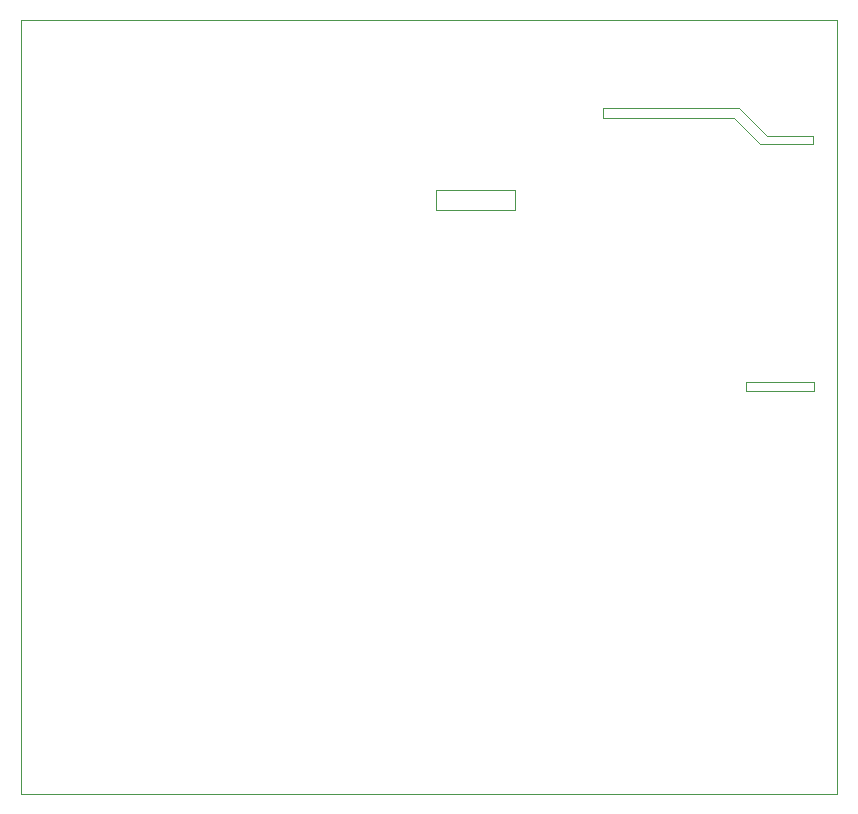
<source format=gm1>
G04 #@! TF.GenerationSoftware,KiCad,Pcbnew,(2017-11-08 revision cd21218)-HEAD*
G04 #@! TF.CreationDate,2018-02-21T13:46:00+02:00*
G04 #@! TF.ProjectId,heater_actuator_node,6865617465725F6163747561746F725F,rev?*
G04 #@! TF.SameCoordinates,Original*
G04 #@! TF.FileFunction,Profile,NP*
%FSLAX46Y46*%
G04 Gerber Fmt 4.6, Leading zero omitted, Abs format (unit mm)*
G04 Created by KiCad (PCBNEW (2017-11-08 revision cd21218)-HEAD) date Wed Feb 21 13:46:00 2018*
%MOMM*%
%LPD*%
G01*
G04 APERTURE LIST*
%ADD10C,0.100000*%
G04 APERTURE END LIST*
D10*
X175500000Y-65750000D02*
X177751249Y-68001249D01*
X164450000Y-65750000D02*
X175500000Y-65750000D01*
X164450000Y-64950000D02*
X164450000Y-65750000D01*
X175975000Y-64950000D02*
X164450000Y-64950000D01*
X178275000Y-67250000D02*
X175975000Y-64950000D01*
X150299813Y-71850000D02*
X150299813Y-73525000D01*
X182300215Y-88150000D02*
X176499947Y-88150000D01*
X182300862Y-88900000D02*
X176500000Y-88900000D01*
X176499947Y-88150000D02*
X176499947Y-88902554D01*
X182300000Y-88148338D02*
X182300000Y-88900892D01*
X182200215Y-67250000D02*
X178274921Y-67250000D01*
X182200000Y-67248338D02*
X182200000Y-68000892D01*
X182200862Y-68000000D02*
X177750000Y-68000000D01*
X115150000Y-123000000D02*
X184250000Y-123000000D01*
X156950000Y-73525000D02*
X150299578Y-73525000D01*
X156950000Y-71850000D02*
X156950000Y-73525000D01*
X156950053Y-71850000D02*
X150299813Y-71850000D01*
X115150000Y-123000019D02*
X115150000Y-57475000D01*
X184250000Y-57475000D02*
X184250000Y-123000019D01*
X115150000Y-57475000D02*
X184250000Y-57475000D01*
M02*

</source>
